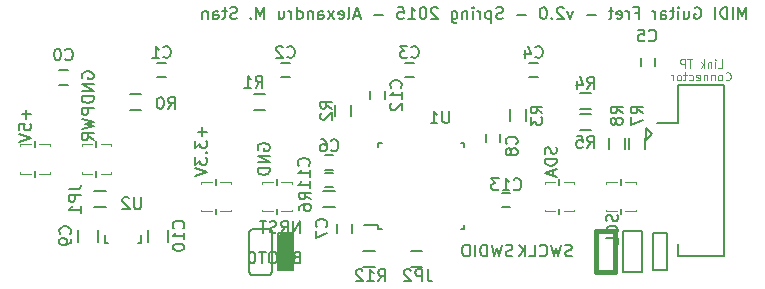
<source format=gbr>
G04 #@! TF.FileFunction,Legend,Bot*
%FSLAX46Y46*%
G04 Gerber Fmt 4.6, Leading zero omitted, Abs format (unit mm)*
G04 Created by KiCad (PCBNEW (2016-02-08 BZR 6543, Git 5349eb4)-product) date Sun Feb 21 23:51:38 2016*
%MOMM*%
G01*
G04 APERTURE LIST*
%ADD10C,0.100000*%
%ADD11C,0.400000*%
%ADD12C,0.200000*%
%ADD13C,0.150000*%
G04 APERTURE END LIST*
D10*
D11*
X55350000Y-53150000D02*
X55350000Y-51250000D01*
X55550000Y-53150000D02*
X55350000Y-53150000D01*
X55550000Y-51050000D02*
X55550000Y-53150000D01*
X55050000Y-51050000D02*
X55550000Y-51050000D01*
X55050000Y-53450000D02*
X55050000Y-51050000D01*
X55850000Y-53450000D02*
X55050000Y-53450000D01*
X55850000Y-50750000D02*
X55850000Y-53450000D01*
X55050000Y-50750000D02*
X55850000Y-50750000D01*
D12*
X54850000Y-50550000D02*
X56050000Y-50550000D01*
X56050000Y-50550000D02*
X56050000Y-53650000D01*
X56050000Y-53650000D02*
X54850000Y-53650000D01*
X54850000Y-53650000D02*
X54850000Y-50550000D01*
X86550000Y-53650000D02*
X86550000Y-50550000D01*
X87750000Y-53650000D02*
X86550000Y-53650000D01*
X87750000Y-50550000D02*
X87750000Y-53650000D01*
X86550000Y-50550000D02*
X87750000Y-50550000D01*
X52650000Y-50150000D02*
X54150000Y-50150000D01*
X52350000Y-50450000D02*
X52650000Y-50150000D01*
X52350000Y-53850000D02*
X52350000Y-50450000D01*
X52550000Y-54050000D02*
X52350000Y-53850000D01*
X54150000Y-54050000D02*
X52550000Y-54050000D01*
X54350000Y-53850000D02*
X54150000Y-54050000D01*
X54350000Y-50350000D02*
X54350000Y-53850000D01*
X54150000Y-50150000D02*
X54350000Y-50350000D01*
X84050000Y-53850000D02*
X84050000Y-50350000D01*
X85650000Y-53850000D02*
X84050000Y-53850000D01*
X85650000Y-50350000D02*
X85650000Y-53850000D01*
X84050000Y-50350000D02*
X85650000Y-50350000D01*
D11*
X81750000Y-53850000D02*
X81750000Y-50350000D01*
X83350000Y-53850000D02*
X81750000Y-53850000D01*
X83350000Y-50350000D02*
X83350000Y-53850000D01*
X81750000Y-50350000D02*
X83350000Y-50350000D01*
D13*
X94473812Y-32402381D02*
X94473812Y-31402381D01*
X94140478Y-32116667D01*
X93807145Y-31402381D01*
X93807145Y-32402381D01*
X93330955Y-32402381D02*
X93330955Y-31402381D01*
X92854765Y-32402381D02*
X92854765Y-31402381D01*
X92616670Y-31402381D01*
X92473812Y-31450000D01*
X92378574Y-31545238D01*
X92330955Y-31640476D01*
X92283336Y-31830952D01*
X92283336Y-31973810D01*
X92330955Y-32164286D01*
X92378574Y-32259524D01*
X92473812Y-32354762D01*
X92616670Y-32402381D01*
X92854765Y-32402381D01*
X91854765Y-32402381D02*
X91854765Y-31402381D01*
X90092860Y-31450000D02*
X90188098Y-31402381D01*
X90330955Y-31402381D01*
X90473813Y-31450000D01*
X90569051Y-31545238D01*
X90616670Y-31640476D01*
X90664289Y-31830952D01*
X90664289Y-31973810D01*
X90616670Y-32164286D01*
X90569051Y-32259524D01*
X90473813Y-32354762D01*
X90330955Y-32402381D01*
X90235717Y-32402381D01*
X90092860Y-32354762D01*
X90045241Y-32307143D01*
X90045241Y-31973810D01*
X90235717Y-31973810D01*
X89188098Y-31735714D02*
X89188098Y-32402381D01*
X89616670Y-31735714D02*
X89616670Y-32259524D01*
X89569051Y-32354762D01*
X89473813Y-32402381D01*
X89330955Y-32402381D01*
X89235717Y-32354762D01*
X89188098Y-32307143D01*
X88711908Y-32402381D02*
X88711908Y-31735714D01*
X88711908Y-31402381D02*
X88759527Y-31450000D01*
X88711908Y-31497619D01*
X88664289Y-31450000D01*
X88711908Y-31402381D01*
X88711908Y-31497619D01*
X88378575Y-31735714D02*
X87997623Y-31735714D01*
X88235718Y-31402381D02*
X88235718Y-32259524D01*
X88188099Y-32354762D01*
X88092861Y-32402381D01*
X87997623Y-32402381D01*
X87235717Y-32402381D02*
X87235717Y-31878571D01*
X87283336Y-31783333D01*
X87378574Y-31735714D01*
X87569051Y-31735714D01*
X87664289Y-31783333D01*
X87235717Y-32354762D02*
X87330955Y-32402381D01*
X87569051Y-32402381D01*
X87664289Y-32354762D01*
X87711908Y-32259524D01*
X87711908Y-32164286D01*
X87664289Y-32069048D01*
X87569051Y-32021429D01*
X87330955Y-32021429D01*
X87235717Y-31973810D01*
X86759527Y-32402381D02*
X86759527Y-31735714D01*
X86759527Y-31926190D02*
X86711908Y-31830952D01*
X86664289Y-31783333D01*
X86569051Y-31735714D01*
X86473812Y-31735714D01*
X85045240Y-31878571D02*
X85378574Y-31878571D01*
X85378574Y-32402381D02*
X85378574Y-31402381D01*
X84902383Y-31402381D01*
X84521431Y-32402381D02*
X84521431Y-31735714D01*
X84521431Y-31926190D02*
X84473812Y-31830952D01*
X84426193Y-31783333D01*
X84330955Y-31735714D01*
X84235716Y-31735714D01*
X83521430Y-32354762D02*
X83616668Y-32402381D01*
X83807145Y-32402381D01*
X83902383Y-32354762D01*
X83950002Y-32259524D01*
X83950002Y-31878571D01*
X83902383Y-31783333D01*
X83807145Y-31735714D01*
X83616668Y-31735714D01*
X83521430Y-31783333D01*
X83473811Y-31878571D01*
X83473811Y-31973810D01*
X83950002Y-32069048D01*
X83188097Y-31735714D02*
X82807145Y-31735714D01*
X83045240Y-31402381D02*
X83045240Y-32259524D01*
X82997621Y-32354762D01*
X82902383Y-32402381D01*
X82807145Y-32402381D01*
X81711906Y-32021429D02*
X80950001Y-32021429D01*
X79807144Y-31735714D02*
X79569049Y-32402381D01*
X79330953Y-31735714D01*
X78997620Y-31497619D02*
X78950001Y-31450000D01*
X78854763Y-31402381D01*
X78616667Y-31402381D01*
X78521429Y-31450000D01*
X78473810Y-31497619D01*
X78426191Y-31592857D01*
X78426191Y-31688095D01*
X78473810Y-31830952D01*
X79045239Y-32402381D01*
X78426191Y-32402381D01*
X77997620Y-32307143D02*
X77950001Y-32354762D01*
X77997620Y-32402381D01*
X78045239Y-32354762D01*
X77997620Y-32307143D01*
X77997620Y-32402381D01*
X77330954Y-31402381D02*
X77235715Y-31402381D01*
X77140477Y-31450000D01*
X77092858Y-31497619D01*
X77045239Y-31592857D01*
X76997620Y-31783333D01*
X76997620Y-32021429D01*
X77045239Y-32211905D01*
X77092858Y-32307143D01*
X77140477Y-32354762D01*
X77235715Y-32402381D01*
X77330954Y-32402381D01*
X77426192Y-32354762D01*
X77473811Y-32307143D01*
X77521430Y-32211905D01*
X77569049Y-32021429D01*
X77569049Y-31783333D01*
X77521430Y-31592857D01*
X77473811Y-31497619D01*
X77426192Y-31450000D01*
X77330954Y-31402381D01*
X75807144Y-32021429D02*
X75045239Y-32021429D01*
X73854763Y-32354762D02*
X73711906Y-32402381D01*
X73473810Y-32402381D01*
X73378572Y-32354762D01*
X73330953Y-32307143D01*
X73283334Y-32211905D01*
X73283334Y-32116667D01*
X73330953Y-32021429D01*
X73378572Y-31973810D01*
X73473810Y-31926190D01*
X73664287Y-31878571D01*
X73759525Y-31830952D01*
X73807144Y-31783333D01*
X73854763Y-31688095D01*
X73854763Y-31592857D01*
X73807144Y-31497619D01*
X73759525Y-31450000D01*
X73664287Y-31402381D01*
X73426191Y-31402381D01*
X73283334Y-31450000D01*
X72854763Y-31735714D02*
X72854763Y-32735714D01*
X72854763Y-31783333D02*
X72759525Y-31735714D01*
X72569048Y-31735714D01*
X72473810Y-31783333D01*
X72426191Y-31830952D01*
X72378572Y-31926190D01*
X72378572Y-32211905D01*
X72426191Y-32307143D01*
X72473810Y-32354762D01*
X72569048Y-32402381D01*
X72759525Y-32402381D01*
X72854763Y-32354762D01*
X71950001Y-32402381D02*
X71950001Y-31735714D01*
X71950001Y-31926190D02*
X71902382Y-31830952D01*
X71854763Y-31783333D01*
X71759525Y-31735714D01*
X71664286Y-31735714D01*
X71330953Y-32402381D02*
X71330953Y-31735714D01*
X71330953Y-31402381D02*
X71378572Y-31450000D01*
X71330953Y-31497619D01*
X71283334Y-31450000D01*
X71330953Y-31402381D01*
X71330953Y-31497619D01*
X70854763Y-31735714D02*
X70854763Y-32402381D01*
X70854763Y-31830952D02*
X70807144Y-31783333D01*
X70711906Y-31735714D01*
X70569048Y-31735714D01*
X70473810Y-31783333D01*
X70426191Y-31878571D01*
X70426191Y-32402381D01*
X69521429Y-31735714D02*
X69521429Y-32545238D01*
X69569048Y-32640476D01*
X69616667Y-32688095D01*
X69711906Y-32735714D01*
X69854763Y-32735714D01*
X69950001Y-32688095D01*
X69521429Y-32354762D02*
X69616667Y-32402381D01*
X69807144Y-32402381D01*
X69902382Y-32354762D01*
X69950001Y-32307143D01*
X69997620Y-32211905D01*
X69997620Y-31926190D01*
X69950001Y-31830952D01*
X69902382Y-31783333D01*
X69807144Y-31735714D01*
X69616667Y-31735714D01*
X69521429Y-31783333D01*
X68330953Y-31497619D02*
X68283334Y-31450000D01*
X68188096Y-31402381D01*
X67950000Y-31402381D01*
X67854762Y-31450000D01*
X67807143Y-31497619D01*
X67759524Y-31592857D01*
X67759524Y-31688095D01*
X67807143Y-31830952D01*
X68378572Y-32402381D01*
X67759524Y-32402381D01*
X67140477Y-31402381D02*
X67045238Y-31402381D01*
X66950000Y-31450000D01*
X66902381Y-31497619D01*
X66854762Y-31592857D01*
X66807143Y-31783333D01*
X66807143Y-32021429D01*
X66854762Y-32211905D01*
X66902381Y-32307143D01*
X66950000Y-32354762D01*
X67045238Y-32402381D01*
X67140477Y-32402381D01*
X67235715Y-32354762D01*
X67283334Y-32307143D01*
X67330953Y-32211905D01*
X67378572Y-32021429D01*
X67378572Y-31783333D01*
X67330953Y-31592857D01*
X67283334Y-31497619D01*
X67235715Y-31450000D01*
X67140477Y-31402381D01*
X65854762Y-32402381D02*
X66426191Y-32402381D01*
X66140477Y-32402381D02*
X66140477Y-31402381D01*
X66235715Y-31545238D01*
X66330953Y-31640476D01*
X66426191Y-31688095D01*
X64950000Y-31402381D02*
X65426191Y-31402381D01*
X65473810Y-31878571D01*
X65426191Y-31830952D01*
X65330953Y-31783333D01*
X65092857Y-31783333D01*
X64997619Y-31830952D01*
X64950000Y-31878571D01*
X64902381Y-31973810D01*
X64902381Y-32211905D01*
X64950000Y-32307143D01*
X64997619Y-32354762D01*
X65092857Y-32402381D01*
X65330953Y-32402381D01*
X65426191Y-32354762D01*
X65473810Y-32307143D01*
X63711905Y-32021429D02*
X62950000Y-32021429D01*
X61759524Y-32116667D02*
X61283333Y-32116667D01*
X61854762Y-32402381D02*
X61521429Y-31402381D01*
X61188095Y-32402381D01*
X60711905Y-32402381D02*
X60807143Y-32354762D01*
X60854762Y-32259524D01*
X60854762Y-31402381D01*
X59949999Y-32354762D02*
X60045237Y-32402381D01*
X60235714Y-32402381D01*
X60330952Y-32354762D01*
X60378571Y-32259524D01*
X60378571Y-31878571D01*
X60330952Y-31783333D01*
X60235714Y-31735714D01*
X60045237Y-31735714D01*
X59949999Y-31783333D01*
X59902380Y-31878571D01*
X59902380Y-31973810D01*
X60378571Y-32069048D01*
X59569047Y-32402381D02*
X59045237Y-31735714D01*
X59569047Y-31735714D02*
X59045237Y-32402381D01*
X58235713Y-32402381D02*
X58235713Y-31878571D01*
X58283332Y-31783333D01*
X58378570Y-31735714D01*
X58569047Y-31735714D01*
X58664285Y-31783333D01*
X58235713Y-32354762D02*
X58330951Y-32402381D01*
X58569047Y-32402381D01*
X58664285Y-32354762D01*
X58711904Y-32259524D01*
X58711904Y-32164286D01*
X58664285Y-32069048D01*
X58569047Y-32021429D01*
X58330951Y-32021429D01*
X58235713Y-31973810D01*
X57759523Y-31735714D02*
X57759523Y-32402381D01*
X57759523Y-31830952D02*
X57711904Y-31783333D01*
X57616666Y-31735714D01*
X57473808Y-31735714D01*
X57378570Y-31783333D01*
X57330951Y-31878571D01*
X57330951Y-32402381D01*
X56426189Y-32402381D02*
X56426189Y-31402381D01*
X56426189Y-32354762D02*
X56521427Y-32402381D01*
X56711904Y-32402381D01*
X56807142Y-32354762D01*
X56854761Y-32307143D01*
X56902380Y-32211905D01*
X56902380Y-31926190D01*
X56854761Y-31830952D01*
X56807142Y-31783333D01*
X56711904Y-31735714D01*
X56521427Y-31735714D01*
X56426189Y-31783333D01*
X55949999Y-32402381D02*
X55949999Y-31735714D01*
X55949999Y-31926190D02*
X55902380Y-31830952D01*
X55854761Y-31783333D01*
X55759523Y-31735714D01*
X55664284Y-31735714D01*
X54902379Y-31735714D02*
X54902379Y-32402381D01*
X55330951Y-31735714D02*
X55330951Y-32259524D01*
X55283332Y-32354762D01*
X55188094Y-32402381D01*
X55045236Y-32402381D01*
X54949998Y-32354762D01*
X54902379Y-32307143D01*
X53664284Y-32402381D02*
X53664284Y-31402381D01*
X53330950Y-32116667D01*
X52997617Y-31402381D01*
X52997617Y-32402381D01*
X52521427Y-32307143D02*
X52473808Y-32354762D01*
X52521427Y-32402381D01*
X52569046Y-32354762D01*
X52521427Y-32307143D01*
X52521427Y-32402381D01*
X51330951Y-32354762D02*
X51188094Y-32402381D01*
X50949998Y-32402381D01*
X50854760Y-32354762D01*
X50807141Y-32307143D01*
X50759522Y-32211905D01*
X50759522Y-32116667D01*
X50807141Y-32021429D01*
X50854760Y-31973810D01*
X50949998Y-31926190D01*
X51140475Y-31878571D01*
X51235713Y-31830952D01*
X51283332Y-31783333D01*
X51330951Y-31688095D01*
X51330951Y-31592857D01*
X51283332Y-31497619D01*
X51235713Y-31450000D01*
X51140475Y-31402381D01*
X50902379Y-31402381D01*
X50759522Y-31450000D01*
X50473808Y-31735714D02*
X50092856Y-31735714D01*
X50330951Y-31402381D02*
X50330951Y-32259524D01*
X50283332Y-32354762D01*
X50188094Y-32402381D01*
X50092856Y-32402381D01*
X49330950Y-32402381D02*
X49330950Y-31878571D01*
X49378569Y-31783333D01*
X49473807Y-31735714D01*
X49664284Y-31735714D01*
X49759522Y-31783333D01*
X49330950Y-32354762D02*
X49426188Y-32402381D01*
X49664284Y-32402381D01*
X49759522Y-32354762D01*
X49807141Y-32259524D01*
X49807141Y-32164286D01*
X49759522Y-32069048D01*
X49664284Y-32021429D01*
X49426188Y-32021429D01*
X49330950Y-31973810D01*
X48854760Y-31735714D02*
X48854760Y-32402381D01*
X48854760Y-31830952D02*
X48807141Y-31783333D01*
X48711903Y-31735714D01*
X48569045Y-31735714D01*
X48473807Y-31783333D01*
X48426188Y-31878571D01*
X48426188Y-32402381D01*
D10*
X92083333Y-36526667D02*
X92416666Y-36526667D01*
X92416666Y-35826667D01*
X91849999Y-36526667D02*
X91849999Y-36060000D01*
X91849999Y-35826667D02*
X91883333Y-35860000D01*
X91849999Y-35893333D01*
X91816666Y-35860000D01*
X91849999Y-35826667D01*
X91849999Y-35893333D01*
X91516666Y-36060000D02*
X91516666Y-36526667D01*
X91516666Y-36126667D02*
X91483333Y-36093333D01*
X91416666Y-36060000D01*
X91316666Y-36060000D01*
X91250000Y-36093333D01*
X91216666Y-36160000D01*
X91216666Y-36526667D01*
X90883333Y-36526667D02*
X90883333Y-35826667D01*
X90816667Y-36260000D02*
X90616667Y-36526667D01*
X90616667Y-36060000D02*
X90883333Y-36326667D01*
X89883333Y-35826667D02*
X89483333Y-35826667D01*
X89683333Y-36526667D02*
X89683333Y-35826667D01*
X89250000Y-36526667D02*
X89250000Y-35826667D01*
X88983334Y-35826667D01*
X88916667Y-35860000D01*
X88883334Y-35893333D01*
X88850000Y-35960000D01*
X88850000Y-36060000D01*
X88883334Y-36126667D01*
X88916667Y-36160000D01*
X88983334Y-36193333D01*
X89250000Y-36193333D01*
X92716665Y-37540000D02*
X92749999Y-37573333D01*
X92849999Y-37606667D01*
X92916665Y-37606667D01*
X93016665Y-37573333D01*
X93083332Y-37506667D01*
X93116665Y-37440000D01*
X93149999Y-37306667D01*
X93149999Y-37206667D01*
X93116665Y-37073333D01*
X93083332Y-37006667D01*
X93016665Y-36940000D01*
X92916665Y-36906667D01*
X92849999Y-36906667D01*
X92749999Y-36940000D01*
X92716665Y-36973333D01*
X92316665Y-37606667D02*
X92383332Y-37573333D01*
X92416665Y-37540000D01*
X92449999Y-37473333D01*
X92449999Y-37273333D01*
X92416665Y-37206667D01*
X92383332Y-37173333D01*
X92316665Y-37140000D01*
X92216665Y-37140000D01*
X92149999Y-37173333D01*
X92116665Y-37206667D01*
X92083332Y-37273333D01*
X92083332Y-37473333D01*
X92116665Y-37540000D01*
X92149999Y-37573333D01*
X92216665Y-37606667D01*
X92316665Y-37606667D01*
X91783332Y-37140000D02*
X91783332Y-37606667D01*
X91783332Y-37206667D02*
X91749999Y-37173333D01*
X91683332Y-37140000D01*
X91583332Y-37140000D01*
X91516666Y-37173333D01*
X91483332Y-37240000D01*
X91483332Y-37606667D01*
X91149999Y-37140000D02*
X91149999Y-37606667D01*
X91149999Y-37206667D02*
X91116666Y-37173333D01*
X91049999Y-37140000D01*
X90949999Y-37140000D01*
X90883333Y-37173333D01*
X90849999Y-37240000D01*
X90849999Y-37606667D01*
X90250000Y-37573333D02*
X90316666Y-37606667D01*
X90450000Y-37606667D01*
X90516666Y-37573333D01*
X90550000Y-37506667D01*
X90550000Y-37240000D01*
X90516666Y-37173333D01*
X90450000Y-37140000D01*
X90316666Y-37140000D01*
X90250000Y-37173333D01*
X90216666Y-37240000D01*
X90216666Y-37306667D01*
X90550000Y-37373333D01*
X89616666Y-37573333D02*
X89683333Y-37606667D01*
X89816666Y-37606667D01*
X89883333Y-37573333D01*
X89916666Y-37540000D01*
X89950000Y-37473333D01*
X89950000Y-37273333D01*
X89916666Y-37206667D01*
X89883333Y-37173333D01*
X89816666Y-37140000D01*
X89683333Y-37140000D01*
X89616666Y-37173333D01*
X89416666Y-37140000D02*
X89150000Y-37140000D01*
X89316666Y-36906667D02*
X89316666Y-37506667D01*
X89283333Y-37573333D01*
X89216666Y-37606667D01*
X89150000Y-37606667D01*
X88816666Y-37606667D02*
X88883333Y-37573333D01*
X88916666Y-37540000D01*
X88950000Y-37473333D01*
X88950000Y-37273333D01*
X88916666Y-37206667D01*
X88883333Y-37173333D01*
X88816666Y-37140000D01*
X88716666Y-37140000D01*
X88650000Y-37173333D01*
X88616666Y-37206667D01*
X88583333Y-37273333D01*
X88583333Y-37473333D01*
X88616666Y-37540000D01*
X88650000Y-37573333D01*
X88716666Y-37606667D01*
X88816666Y-37606667D01*
X88283333Y-37606667D02*
X88283333Y-37140000D01*
X88283333Y-37273333D02*
X88250000Y-37206667D01*
X88216667Y-37173333D01*
X88150000Y-37140000D01*
X88083333Y-37140000D01*
D13*
X37000000Y-36750000D02*
X36300000Y-36750000D01*
X36300000Y-37950000D02*
X37000000Y-37950000D01*
X45300000Y-36150000D02*
X44600000Y-36150000D01*
X44600000Y-37350000D02*
X45300000Y-37350000D01*
X55800000Y-36150000D02*
X55100000Y-36150000D01*
X55100000Y-37350000D02*
X55800000Y-37350000D01*
X66300000Y-36150000D02*
X65600000Y-36150000D01*
X65600000Y-37350000D02*
X66300000Y-37350000D01*
X76800000Y-36150000D02*
X76100000Y-36150000D01*
X76100000Y-37350000D02*
X76800000Y-37350000D01*
X85550000Y-35700000D02*
X85550000Y-36400000D01*
X86750000Y-36400000D02*
X86750000Y-35700000D01*
X59500000Y-43950000D02*
X58800000Y-43950000D01*
X58800000Y-45150000D02*
X59500000Y-45150000D01*
X59850000Y-49800000D02*
X59850000Y-50500000D01*
X61050000Y-50500000D02*
X61050000Y-49800000D01*
X59500000Y-45450000D02*
X58800000Y-45450000D01*
X58800000Y-46650000D02*
X59500000Y-46650000D01*
X59650000Y-46975000D02*
X58650000Y-46975000D01*
X58650000Y-48325000D02*
X59650000Y-48325000D01*
X85925000Y-43450000D02*
X85925000Y-42450000D01*
X84575000Y-42450000D02*
X84575000Y-43450000D01*
X84225000Y-43450000D02*
X84225000Y-42450000D01*
X82875000Y-42450000D02*
X82875000Y-43450000D01*
X42250000Y-40125000D02*
X43250000Y-40125000D01*
X43250000Y-38775000D02*
X42250000Y-38775000D01*
X52750000Y-40125000D02*
X53750000Y-40125000D01*
X53750000Y-38775000D02*
X52750000Y-38775000D01*
X59675000Y-39650000D02*
X59675000Y-40650000D01*
X61025000Y-40650000D02*
X61025000Y-39650000D01*
X74475000Y-40050000D02*
X74475000Y-41050000D01*
X75825000Y-41050000D02*
X75825000Y-40050000D01*
X81350000Y-38675000D02*
X80350000Y-38675000D01*
X80350000Y-40025000D02*
X81350000Y-40025000D01*
X81350000Y-40475000D02*
X80350000Y-40475000D01*
X80350000Y-41825000D02*
X81350000Y-41825000D01*
D10*
X82600000Y-46200000D02*
X82600000Y-46350000D01*
X85100000Y-46250000D02*
X85100000Y-46350000D01*
X85100000Y-48700000D02*
X85100000Y-48550000D01*
X82600000Y-48700000D02*
X82600000Y-48550000D01*
D12*
X83850000Y-46450000D02*
X83850000Y-45950000D01*
X83850000Y-48450000D02*
X83850000Y-48950000D01*
D10*
X84200000Y-46200000D02*
X85100000Y-46200000D01*
X82600000Y-46200000D02*
X83500000Y-46200000D01*
X82600000Y-48700000D02*
X83500000Y-48700000D01*
X84200000Y-48700000D02*
X85100000Y-48700000D01*
X77400000Y-46200000D02*
X77400000Y-46350000D01*
X79900000Y-46250000D02*
X79900000Y-46350000D01*
X79900000Y-48700000D02*
X79900000Y-48550000D01*
X77400000Y-48700000D02*
X77400000Y-48550000D01*
D12*
X78650000Y-46450000D02*
X78650000Y-45950000D01*
X78650000Y-48450000D02*
X78650000Y-48950000D01*
D10*
X79000000Y-46200000D02*
X79900000Y-46200000D01*
X77400000Y-46200000D02*
X78300000Y-46200000D01*
X77400000Y-48700000D02*
X78300000Y-48700000D01*
X79000000Y-48700000D02*
X79900000Y-48700000D01*
X53500000Y-46200000D02*
X53500000Y-46350000D01*
X56000000Y-46250000D02*
X56000000Y-46350000D01*
X56000000Y-48700000D02*
X56000000Y-48550000D01*
X53500000Y-48700000D02*
X53500000Y-48550000D01*
D12*
X54750000Y-46450000D02*
X54750000Y-45950000D01*
X54750000Y-48450000D02*
X54750000Y-48950000D01*
D10*
X55100000Y-46200000D02*
X56000000Y-46200000D01*
X53500000Y-46200000D02*
X54400000Y-46200000D01*
X53500000Y-48700000D02*
X54400000Y-48700000D01*
X55100000Y-48700000D02*
X56000000Y-48700000D01*
X48300000Y-46200000D02*
X48300000Y-46350000D01*
X50800000Y-46250000D02*
X50800000Y-46350000D01*
X50800000Y-48700000D02*
X50800000Y-48550000D01*
X48300000Y-48700000D02*
X48300000Y-48550000D01*
D12*
X49550000Y-46450000D02*
X49550000Y-45950000D01*
X49550000Y-48450000D02*
X49550000Y-48950000D01*
D10*
X49900000Y-46200000D02*
X50800000Y-46200000D01*
X48300000Y-46200000D02*
X49200000Y-46200000D01*
X48300000Y-48700000D02*
X49200000Y-48700000D01*
X49900000Y-48700000D02*
X50800000Y-48700000D01*
X38200000Y-43000000D02*
X38200000Y-43150000D01*
X40700000Y-43050000D02*
X40700000Y-43150000D01*
X40700000Y-45500000D02*
X40700000Y-45350000D01*
X38200000Y-45500000D02*
X38200000Y-45350000D01*
D12*
X39450000Y-43250000D02*
X39450000Y-42750000D01*
X39450000Y-45250000D02*
X39450000Y-45750000D01*
D10*
X39800000Y-43000000D02*
X40700000Y-43000000D01*
X38200000Y-43000000D02*
X39100000Y-43000000D01*
X38200000Y-45500000D02*
X39100000Y-45500000D01*
X39800000Y-45500000D02*
X40700000Y-45500000D01*
X33000000Y-43000000D02*
X33000000Y-43150000D01*
X35500000Y-43050000D02*
X35500000Y-43150000D01*
X35500000Y-45500000D02*
X35500000Y-45350000D01*
X33000000Y-45500000D02*
X33000000Y-45350000D01*
D12*
X34250000Y-43250000D02*
X34250000Y-42750000D01*
X34250000Y-45250000D02*
X34250000Y-45750000D01*
D10*
X34600000Y-43000000D02*
X35500000Y-43000000D01*
X33000000Y-43000000D02*
X33900000Y-43000000D01*
X33000000Y-45500000D02*
X33900000Y-45500000D01*
X34600000Y-45500000D02*
X35500000Y-45500000D01*
D13*
X86950000Y-41225000D02*
X88650000Y-41225000D01*
X88650000Y-41225000D02*
X88650000Y-38025000D01*
X88650000Y-38025000D02*
X92550000Y-38025000D01*
X92550000Y-38025000D02*
X92550000Y-52475000D01*
X92550000Y-52475000D02*
X88650000Y-52475000D01*
X88650000Y-52475000D02*
X88650000Y-51475000D01*
X86450000Y-42125000D02*
X85950000Y-41625000D01*
X85950000Y-41625000D02*
X85950000Y-42625000D01*
X85950000Y-42625000D02*
X86450000Y-42125000D01*
X39550000Y-50250000D02*
X39550000Y-51250000D01*
X37850000Y-51250000D02*
X37850000Y-50250000D01*
X43850000Y-51250000D02*
X43850000Y-50250000D01*
X45550000Y-50250000D02*
X45550000Y-51250000D01*
X42999160Y-51400240D02*
X42950900Y-51400240D01*
X40200180Y-50699200D02*
X40200180Y-51400240D01*
X40200180Y-51400240D02*
X40449100Y-51400240D01*
X42999160Y-51400240D02*
X43199820Y-51400240D01*
X43199820Y-51400240D02*
X43199820Y-50699200D01*
X73650000Y-42800000D02*
X73650000Y-42100000D01*
X72450000Y-42100000D02*
X72450000Y-42800000D01*
X63850000Y-39200000D02*
X63850000Y-38500000D01*
X62650000Y-38500000D02*
X62650000Y-39200000D01*
X73800000Y-48350000D02*
X74500000Y-48350000D01*
X74500000Y-47150000D02*
X73800000Y-47150000D01*
X40250000Y-46975000D02*
X39250000Y-46975000D01*
X39250000Y-48325000D02*
X40250000Y-48325000D01*
X66050000Y-53425000D02*
X67050000Y-53425000D01*
X67050000Y-52075000D02*
X66050000Y-52075000D01*
X63325000Y-50175000D02*
X63325000Y-49875000D01*
X70575000Y-50175000D02*
X70575000Y-49875000D01*
X70575000Y-42925000D02*
X70575000Y-43225000D01*
X63325000Y-42925000D02*
X63325000Y-43225000D01*
X63325000Y-50175000D02*
X63625000Y-50175000D01*
X63325000Y-42925000D02*
X63625000Y-42925000D01*
X70575000Y-42925000D02*
X70275000Y-42925000D01*
X70575000Y-50175000D02*
X70275000Y-50175000D01*
X63325000Y-49875000D02*
X62100000Y-49875000D01*
X62050000Y-53425000D02*
X63050000Y-53425000D01*
X63050000Y-52075000D02*
X62050000Y-52075000D01*
X36816666Y-35807143D02*
X36864285Y-35854762D01*
X37007142Y-35902381D01*
X37102380Y-35902381D01*
X37245238Y-35854762D01*
X37340476Y-35759524D01*
X37388095Y-35664286D01*
X37435714Y-35473810D01*
X37435714Y-35330952D01*
X37388095Y-35140476D01*
X37340476Y-35045238D01*
X37245238Y-34950000D01*
X37102380Y-34902381D01*
X37007142Y-34902381D01*
X36864285Y-34950000D01*
X36816666Y-34997619D01*
X36197619Y-34902381D02*
X36102380Y-34902381D01*
X36007142Y-34950000D01*
X35959523Y-34997619D01*
X35911904Y-35092857D01*
X35864285Y-35283333D01*
X35864285Y-35521429D01*
X35911904Y-35711905D01*
X35959523Y-35807143D01*
X36007142Y-35854762D01*
X36102380Y-35902381D01*
X36197619Y-35902381D01*
X36292857Y-35854762D01*
X36340476Y-35807143D01*
X36388095Y-35711905D01*
X36435714Y-35521429D01*
X36435714Y-35283333D01*
X36388095Y-35092857D01*
X36340476Y-34997619D01*
X36292857Y-34950000D01*
X36197619Y-34902381D01*
X45116666Y-35607143D02*
X45164285Y-35654762D01*
X45307142Y-35702381D01*
X45402380Y-35702381D01*
X45545238Y-35654762D01*
X45640476Y-35559524D01*
X45688095Y-35464286D01*
X45735714Y-35273810D01*
X45735714Y-35130952D01*
X45688095Y-34940476D01*
X45640476Y-34845238D01*
X45545238Y-34750000D01*
X45402380Y-34702381D01*
X45307142Y-34702381D01*
X45164285Y-34750000D01*
X45116666Y-34797619D01*
X44164285Y-35702381D02*
X44735714Y-35702381D01*
X44450000Y-35702381D02*
X44450000Y-34702381D01*
X44545238Y-34845238D01*
X44640476Y-34940476D01*
X44735714Y-34988095D01*
X55616666Y-35607143D02*
X55664285Y-35654762D01*
X55807142Y-35702381D01*
X55902380Y-35702381D01*
X56045238Y-35654762D01*
X56140476Y-35559524D01*
X56188095Y-35464286D01*
X56235714Y-35273810D01*
X56235714Y-35130952D01*
X56188095Y-34940476D01*
X56140476Y-34845238D01*
X56045238Y-34750000D01*
X55902380Y-34702381D01*
X55807142Y-34702381D01*
X55664285Y-34750000D01*
X55616666Y-34797619D01*
X55235714Y-34797619D02*
X55188095Y-34750000D01*
X55092857Y-34702381D01*
X54854761Y-34702381D01*
X54759523Y-34750000D01*
X54711904Y-34797619D01*
X54664285Y-34892857D01*
X54664285Y-34988095D01*
X54711904Y-35130952D01*
X55283333Y-35702381D01*
X54664285Y-35702381D01*
X66116666Y-35607143D02*
X66164285Y-35654762D01*
X66307142Y-35702381D01*
X66402380Y-35702381D01*
X66545238Y-35654762D01*
X66640476Y-35559524D01*
X66688095Y-35464286D01*
X66735714Y-35273810D01*
X66735714Y-35130952D01*
X66688095Y-34940476D01*
X66640476Y-34845238D01*
X66545238Y-34750000D01*
X66402380Y-34702381D01*
X66307142Y-34702381D01*
X66164285Y-34750000D01*
X66116666Y-34797619D01*
X65783333Y-34702381D02*
X65164285Y-34702381D01*
X65497619Y-35083333D01*
X65354761Y-35083333D01*
X65259523Y-35130952D01*
X65211904Y-35178571D01*
X65164285Y-35273810D01*
X65164285Y-35511905D01*
X65211904Y-35607143D01*
X65259523Y-35654762D01*
X65354761Y-35702381D01*
X65640476Y-35702381D01*
X65735714Y-35654762D01*
X65783333Y-35607143D01*
X76616666Y-35607143D02*
X76664285Y-35654762D01*
X76807142Y-35702381D01*
X76902380Y-35702381D01*
X77045238Y-35654762D01*
X77140476Y-35559524D01*
X77188095Y-35464286D01*
X77235714Y-35273810D01*
X77235714Y-35130952D01*
X77188095Y-34940476D01*
X77140476Y-34845238D01*
X77045238Y-34750000D01*
X76902380Y-34702381D01*
X76807142Y-34702381D01*
X76664285Y-34750000D01*
X76616666Y-34797619D01*
X75759523Y-35035714D02*
X75759523Y-35702381D01*
X75997619Y-34654762D02*
X76235714Y-35369048D01*
X75616666Y-35369048D01*
X86216666Y-34207143D02*
X86264285Y-34254762D01*
X86407142Y-34302381D01*
X86502380Y-34302381D01*
X86645238Y-34254762D01*
X86740476Y-34159524D01*
X86788095Y-34064286D01*
X86835714Y-33873810D01*
X86835714Y-33730952D01*
X86788095Y-33540476D01*
X86740476Y-33445238D01*
X86645238Y-33350000D01*
X86502380Y-33302381D01*
X86407142Y-33302381D01*
X86264285Y-33350000D01*
X86216666Y-33397619D01*
X85311904Y-33302381D02*
X85788095Y-33302381D01*
X85835714Y-33778571D01*
X85788095Y-33730952D01*
X85692857Y-33683333D01*
X85454761Y-33683333D01*
X85359523Y-33730952D01*
X85311904Y-33778571D01*
X85264285Y-33873810D01*
X85264285Y-34111905D01*
X85311904Y-34207143D01*
X85359523Y-34254762D01*
X85454761Y-34302381D01*
X85692857Y-34302381D01*
X85788095Y-34254762D01*
X85835714Y-34207143D01*
X59316666Y-43507143D02*
X59364285Y-43554762D01*
X59507142Y-43602381D01*
X59602380Y-43602381D01*
X59745238Y-43554762D01*
X59840476Y-43459524D01*
X59888095Y-43364286D01*
X59935714Y-43173810D01*
X59935714Y-43030952D01*
X59888095Y-42840476D01*
X59840476Y-42745238D01*
X59745238Y-42650000D01*
X59602380Y-42602381D01*
X59507142Y-42602381D01*
X59364285Y-42650000D01*
X59316666Y-42697619D01*
X58459523Y-42602381D02*
X58650000Y-42602381D01*
X58745238Y-42650000D01*
X58792857Y-42697619D01*
X58888095Y-42840476D01*
X58935714Y-43030952D01*
X58935714Y-43411905D01*
X58888095Y-43507143D01*
X58840476Y-43554762D01*
X58745238Y-43602381D01*
X58554761Y-43602381D01*
X58459523Y-43554762D01*
X58411904Y-43507143D01*
X58364285Y-43411905D01*
X58364285Y-43173810D01*
X58411904Y-43078571D01*
X58459523Y-43030952D01*
X58554761Y-42983333D01*
X58745238Y-42983333D01*
X58840476Y-43030952D01*
X58888095Y-43078571D01*
X58935714Y-43173810D01*
X58907143Y-49983334D02*
X58954762Y-49935715D01*
X59002381Y-49792858D01*
X59002381Y-49697620D01*
X58954762Y-49554762D01*
X58859524Y-49459524D01*
X58764286Y-49411905D01*
X58573810Y-49364286D01*
X58430952Y-49364286D01*
X58240476Y-49411905D01*
X58145238Y-49459524D01*
X58050000Y-49554762D01*
X58002381Y-49697620D01*
X58002381Y-49792858D01*
X58050000Y-49935715D01*
X58097619Y-49983334D01*
X58002381Y-50316667D02*
X58002381Y-50983334D01*
X59002381Y-50554762D01*
X57407143Y-44807143D02*
X57454762Y-44759524D01*
X57502381Y-44616667D01*
X57502381Y-44521429D01*
X57454762Y-44378571D01*
X57359524Y-44283333D01*
X57264286Y-44235714D01*
X57073810Y-44188095D01*
X56930952Y-44188095D01*
X56740476Y-44235714D01*
X56645238Y-44283333D01*
X56550000Y-44378571D01*
X56502381Y-44521429D01*
X56502381Y-44616667D01*
X56550000Y-44759524D01*
X56597619Y-44807143D01*
X57502381Y-45759524D02*
X57502381Y-45188095D01*
X57502381Y-45473809D02*
X56502381Y-45473809D01*
X56645238Y-45378571D01*
X56740476Y-45283333D01*
X56788095Y-45188095D01*
X57502381Y-46711905D02*
X57502381Y-46140476D01*
X57502381Y-46426190D02*
X56502381Y-46426190D01*
X56645238Y-46330952D01*
X56740476Y-46235714D01*
X56788095Y-46140476D01*
X57602381Y-47683334D02*
X57126190Y-47350000D01*
X57602381Y-47111905D02*
X56602381Y-47111905D01*
X56602381Y-47492858D01*
X56650000Y-47588096D01*
X56697619Y-47635715D01*
X56792857Y-47683334D01*
X56935714Y-47683334D01*
X57030952Y-47635715D01*
X57078571Y-47588096D01*
X57126190Y-47492858D01*
X57126190Y-47111905D01*
X56602381Y-48540477D02*
X56602381Y-48350000D01*
X56650000Y-48254762D01*
X56697619Y-48207143D01*
X56840476Y-48111905D01*
X57030952Y-48064286D01*
X57411905Y-48064286D01*
X57507143Y-48111905D01*
X57554762Y-48159524D01*
X57602381Y-48254762D01*
X57602381Y-48445239D01*
X57554762Y-48540477D01*
X57507143Y-48588096D01*
X57411905Y-48635715D01*
X57173810Y-48635715D01*
X57078571Y-48588096D01*
X57030952Y-48540477D01*
X56983333Y-48445239D01*
X56983333Y-48254762D01*
X57030952Y-48159524D01*
X57078571Y-48111905D01*
X57173810Y-48064286D01*
X85702381Y-40383334D02*
X85226190Y-40050000D01*
X85702381Y-39811905D02*
X84702381Y-39811905D01*
X84702381Y-40192858D01*
X84750000Y-40288096D01*
X84797619Y-40335715D01*
X84892857Y-40383334D01*
X85035714Y-40383334D01*
X85130952Y-40335715D01*
X85178571Y-40288096D01*
X85226190Y-40192858D01*
X85226190Y-39811905D01*
X84702381Y-40716667D02*
X84702381Y-41383334D01*
X85702381Y-40954762D01*
X84002381Y-40383334D02*
X83526190Y-40050000D01*
X84002381Y-39811905D02*
X83002381Y-39811905D01*
X83002381Y-40192858D01*
X83050000Y-40288096D01*
X83097619Y-40335715D01*
X83192857Y-40383334D01*
X83335714Y-40383334D01*
X83430952Y-40335715D01*
X83478571Y-40288096D01*
X83526190Y-40192858D01*
X83526190Y-39811905D01*
X83430952Y-40954762D02*
X83383333Y-40859524D01*
X83335714Y-40811905D01*
X83240476Y-40764286D01*
X83192857Y-40764286D01*
X83097619Y-40811905D01*
X83050000Y-40859524D01*
X83002381Y-40954762D01*
X83002381Y-41145239D01*
X83050000Y-41240477D01*
X83097619Y-41288096D01*
X83192857Y-41335715D01*
X83240476Y-41335715D01*
X83335714Y-41288096D01*
X83383333Y-41240477D01*
X83430952Y-41145239D01*
X83430952Y-40954762D01*
X83478571Y-40859524D01*
X83526190Y-40811905D01*
X83621429Y-40764286D01*
X83811905Y-40764286D01*
X83907143Y-40811905D01*
X83954762Y-40859524D01*
X84002381Y-40954762D01*
X84002381Y-41145239D01*
X83954762Y-41240477D01*
X83907143Y-41288096D01*
X83811905Y-41335715D01*
X83621429Y-41335715D01*
X83526190Y-41288096D01*
X83478571Y-41240477D01*
X83430952Y-41145239D01*
X45516666Y-40002381D02*
X45850000Y-39526190D01*
X46088095Y-40002381D02*
X46088095Y-39002381D01*
X45707142Y-39002381D01*
X45611904Y-39050000D01*
X45564285Y-39097619D01*
X45516666Y-39192857D01*
X45516666Y-39335714D01*
X45564285Y-39430952D01*
X45611904Y-39478571D01*
X45707142Y-39526190D01*
X46088095Y-39526190D01*
X44897619Y-39002381D02*
X44802380Y-39002381D01*
X44707142Y-39050000D01*
X44659523Y-39097619D01*
X44611904Y-39192857D01*
X44564285Y-39383333D01*
X44564285Y-39621429D01*
X44611904Y-39811905D01*
X44659523Y-39907143D01*
X44707142Y-39954762D01*
X44802380Y-40002381D01*
X44897619Y-40002381D01*
X44992857Y-39954762D01*
X45040476Y-39907143D01*
X45088095Y-39811905D01*
X45135714Y-39621429D01*
X45135714Y-39383333D01*
X45088095Y-39192857D01*
X45040476Y-39097619D01*
X44992857Y-39050000D01*
X44897619Y-39002381D01*
X52916666Y-38202381D02*
X53250000Y-37726190D01*
X53488095Y-38202381D02*
X53488095Y-37202381D01*
X53107142Y-37202381D01*
X53011904Y-37250000D01*
X52964285Y-37297619D01*
X52916666Y-37392857D01*
X52916666Y-37535714D01*
X52964285Y-37630952D01*
X53011904Y-37678571D01*
X53107142Y-37726190D01*
X53488095Y-37726190D01*
X51964285Y-38202381D02*
X52535714Y-38202381D01*
X52250000Y-38202381D02*
X52250000Y-37202381D01*
X52345238Y-37345238D01*
X52440476Y-37440476D01*
X52535714Y-37488095D01*
X59402381Y-39983334D02*
X58926190Y-39650000D01*
X59402381Y-39411905D02*
X58402381Y-39411905D01*
X58402381Y-39792858D01*
X58450000Y-39888096D01*
X58497619Y-39935715D01*
X58592857Y-39983334D01*
X58735714Y-39983334D01*
X58830952Y-39935715D01*
X58878571Y-39888096D01*
X58926190Y-39792858D01*
X58926190Y-39411905D01*
X58497619Y-40364286D02*
X58450000Y-40411905D01*
X58402381Y-40507143D01*
X58402381Y-40745239D01*
X58450000Y-40840477D01*
X58497619Y-40888096D01*
X58592857Y-40935715D01*
X58688095Y-40935715D01*
X58830952Y-40888096D01*
X59402381Y-40316667D01*
X59402381Y-40935715D01*
X77202381Y-40383334D02*
X76726190Y-40050000D01*
X77202381Y-39811905D02*
X76202381Y-39811905D01*
X76202381Y-40192858D01*
X76250000Y-40288096D01*
X76297619Y-40335715D01*
X76392857Y-40383334D01*
X76535714Y-40383334D01*
X76630952Y-40335715D01*
X76678571Y-40288096D01*
X76726190Y-40192858D01*
X76726190Y-39811905D01*
X76202381Y-40716667D02*
X76202381Y-41335715D01*
X76583333Y-41002381D01*
X76583333Y-41145239D01*
X76630952Y-41240477D01*
X76678571Y-41288096D01*
X76773810Y-41335715D01*
X77011905Y-41335715D01*
X77107143Y-41288096D01*
X77154762Y-41240477D01*
X77202381Y-41145239D01*
X77202381Y-40859524D01*
X77154762Y-40764286D01*
X77107143Y-40716667D01*
X81016666Y-38302381D02*
X81350000Y-37826190D01*
X81588095Y-38302381D02*
X81588095Y-37302381D01*
X81207142Y-37302381D01*
X81111904Y-37350000D01*
X81064285Y-37397619D01*
X81016666Y-37492857D01*
X81016666Y-37635714D01*
X81064285Y-37730952D01*
X81111904Y-37778571D01*
X81207142Y-37826190D01*
X81588095Y-37826190D01*
X80159523Y-37635714D02*
X80159523Y-38302381D01*
X80397619Y-37254762D02*
X80635714Y-37969048D01*
X80016666Y-37969048D01*
X81016666Y-43302381D02*
X81350000Y-42826190D01*
X81588095Y-43302381D02*
X81588095Y-42302381D01*
X81207142Y-42302381D01*
X81111904Y-42350000D01*
X81064285Y-42397619D01*
X81016666Y-42492857D01*
X81016666Y-42635714D01*
X81064285Y-42730952D01*
X81111904Y-42778571D01*
X81207142Y-42826190D01*
X81588095Y-42826190D01*
X80111904Y-42302381D02*
X80588095Y-42302381D01*
X80635714Y-42778571D01*
X80588095Y-42730952D01*
X80492857Y-42683333D01*
X80254761Y-42683333D01*
X80159523Y-42730952D01*
X80111904Y-42778571D01*
X80064285Y-42873810D01*
X80064285Y-43111905D01*
X80111904Y-43207143D01*
X80159523Y-43254762D01*
X80254761Y-43302381D01*
X80492857Y-43302381D01*
X80588095Y-43254762D01*
X80635714Y-43207143D01*
X83554762Y-48959524D02*
X83602381Y-49102381D01*
X83602381Y-49340477D01*
X83554762Y-49435715D01*
X83507143Y-49483334D01*
X83411905Y-49530953D01*
X83316667Y-49530953D01*
X83221429Y-49483334D01*
X83173810Y-49435715D01*
X83126190Y-49340477D01*
X83078571Y-49150000D01*
X83030952Y-49054762D01*
X82983333Y-49007143D01*
X82888095Y-48959524D01*
X82792857Y-48959524D01*
X82697619Y-49007143D01*
X82650000Y-49054762D01*
X82602381Y-49150000D01*
X82602381Y-49388096D01*
X82650000Y-49530953D01*
X83507143Y-50530953D02*
X83554762Y-50483334D01*
X83602381Y-50340477D01*
X83602381Y-50245239D01*
X83554762Y-50102381D01*
X83459524Y-50007143D01*
X83364286Y-49959524D01*
X83173810Y-49911905D01*
X83030952Y-49911905D01*
X82840476Y-49959524D01*
X82745238Y-50007143D01*
X82650000Y-50102381D01*
X82602381Y-50245239D01*
X82602381Y-50340477D01*
X82650000Y-50483334D01*
X82697619Y-50530953D01*
X83602381Y-51435715D02*
X83602381Y-50959524D01*
X82602381Y-50959524D01*
X78354762Y-43235714D02*
X78402381Y-43378571D01*
X78402381Y-43616667D01*
X78354762Y-43711905D01*
X78307143Y-43759524D01*
X78211905Y-43807143D01*
X78116667Y-43807143D01*
X78021429Y-43759524D01*
X77973810Y-43711905D01*
X77926190Y-43616667D01*
X77878571Y-43426190D01*
X77830952Y-43330952D01*
X77783333Y-43283333D01*
X77688095Y-43235714D01*
X77592857Y-43235714D01*
X77497619Y-43283333D01*
X77450000Y-43330952D01*
X77402381Y-43426190D01*
X77402381Y-43664286D01*
X77450000Y-43807143D01*
X78402381Y-44235714D02*
X77402381Y-44235714D01*
X77402381Y-44473809D01*
X77450000Y-44616667D01*
X77545238Y-44711905D01*
X77640476Y-44759524D01*
X77830952Y-44807143D01*
X77973810Y-44807143D01*
X78164286Y-44759524D01*
X78259524Y-44711905D01*
X78354762Y-44616667D01*
X78402381Y-44473809D01*
X78402381Y-44235714D01*
X78116667Y-45188095D02*
X78116667Y-45664286D01*
X78402381Y-45092857D02*
X77402381Y-45426190D01*
X78402381Y-45759524D01*
X53150000Y-43488096D02*
X53102381Y-43392858D01*
X53102381Y-43250001D01*
X53150000Y-43107143D01*
X53245238Y-43011905D01*
X53340476Y-42964286D01*
X53530952Y-42916667D01*
X53673810Y-42916667D01*
X53864286Y-42964286D01*
X53959524Y-43011905D01*
X54054762Y-43107143D01*
X54102381Y-43250001D01*
X54102381Y-43345239D01*
X54054762Y-43488096D01*
X54007143Y-43535715D01*
X53673810Y-43535715D01*
X53673810Y-43345239D01*
X54102381Y-43964286D02*
X53102381Y-43964286D01*
X54102381Y-44535715D01*
X53102381Y-44535715D01*
X54102381Y-45011905D02*
X53102381Y-45011905D01*
X53102381Y-45250000D01*
X53150000Y-45392858D01*
X53245238Y-45488096D01*
X53340476Y-45535715D01*
X53530952Y-45583334D01*
X53673810Y-45583334D01*
X53864286Y-45535715D01*
X53959524Y-45488096D01*
X54054762Y-45392858D01*
X54102381Y-45250000D01*
X54102381Y-45011905D01*
X48421429Y-41550000D02*
X48421429Y-42311905D01*
X48802381Y-41930953D02*
X48040476Y-41930953D01*
X47802381Y-42692857D02*
X47802381Y-43311905D01*
X48183333Y-42978571D01*
X48183333Y-43121429D01*
X48230952Y-43216667D01*
X48278571Y-43264286D01*
X48373810Y-43311905D01*
X48611905Y-43311905D01*
X48707143Y-43264286D01*
X48754762Y-43216667D01*
X48802381Y-43121429D01*
X48802381Y-42835714D01*
X48754762Y-42740476D01*
X48707143Y-42692857D01*
X48707143Y-43740476D02*
X48754762Y-43788095D01*
X48802381Y-43740476D01*
X48754762Y-43692857D01*
X48707143Y-43740476D01*
X48802381Y-43740476D01*
X47802381Y-44121428D02*
X47802381Y-44740476D01*
X48183333Y-44407142D01*
X48183333Y-44550000D01*
X48230952Y-44645238D01*
X48278571Y-44692857D01*
X48373810Y-44740476D01*
X48611905Y-44740476D01*
X48707143Y-44692857D01*
X48754762Y-44645238D01*
X48802381Y-44550000D01*
X48802381Y-44264285D01*
X48754762Y-44169047D01*
X48707143Y-44121428D01*
X47802381Y-45026190D02*
X48802381Y-45359523D01*
X47802381Y-45692857D01*
X38250000Y-37416667D02*
X38202381Y-37321429D01*
X38202381Y-37178572D01*
X38250000Y-37035714D01*
X38345238Y-36940476D01*
X38440476Y-36892857D01*
X38630952Y-36845238D01*
X38773810Y-36845238D01*
X38964286Y-36892857D01*
X39059524Y-36940476D01*
X39154762Y-37035714D01*
X39202381Y-37178572D01*
X39202381Y-37273810D01*
X39154762Y-37416667D01*
X39107143Y-37464286D01*
X38773810Y-37464286D01*
X38773810Y-37273810D01*
X39202381Y-37892857D02*
X38202381Y-37892857D01*
X39202381Y-38464286D01*
X38202381Y-38464286D01*
X39202381Y-38940476D02*
X38202381Y-38940476D01*
X38202381Y-39178571D01*
X38250000Y-39321429D01*
X38345238Y-39416667D01*
X38440476Y-39464286D01*
X38630952Y-39511905D01*
X38773810Y-39511905D01*
X38964286Y-39464286D01*
X39059524Y-39416667D01*
X39154762Y-39321429D01*
X39202381Y-39178571D01*
X39202381Y-38940476D01*
X39202381Y-39940476D02*
X38202381Y-39940476D01*
X38202381Y-40321429D01*
X38250000Y-40416667D01*
X38297619Y-40464286D01*
X38392857Y-40511905D01*
X38535714Y-40511905D01*
X38630952Y-40464286D01*
X38678571Y-40416667D01*
X38726190Y-40321429D01*
X38726190Y-39940476D01*
X38202381Y-40845238D02*
X39202381Y-41083333D01*
X38488095Y-41273810D01*
X39202381Y-41464286D01*
X38202381Y-41702381D01*
X39202381Y-42654762D02*
X38726190Y-42321428D01*
X39202381Y-42083333D02*
X38202381Y-42083333D01*
X38202381Y-42464286D01*
X38250000Y-42559524D01*
X38297619Y-42607143D01*
X38392857Y-42654762D01*
X38535714Y-42654762D01*
X38630952Y-42607143D01*
X38678571Y-42559524D01*
X38726190Y-42464286D01*
X38726190Y-42083333D01*
X33521429Y-40064286D02*
X33521429Y-40826191D01*
X33902381Y-40445239D02*
X33140476Y-40445239D01*
X32902381Y-41778572D02*
X32902381Y-41302381D01*
X33378571Y-41254762D01*
X33330952Y-41302381D01*
X33283333Y-41397619D01*
X33283333Y-41635715D01*
X33330952Y-41730953D01*
X33378571Y-41778572D01*
X33473810Y-41826191D01*
X33711905Y-41826191D01*
X33807143Y-41778572D01*
X33854762Y-41730953D01*
X33902381Y-41635715D01*
X33902381Y-41397619D01*
X33854762Y-41302381D01*
X33807143Y-41254762D01*
X32902381Y-42111905D02*
X33902381Y-42445238D01*
X32902381Y-42778572D01*
X56383333Y-52578571D02*
X56240476Y-52626190D01*
X56192857Y-52673810D01*
X56145238Y-52769048D01*
X56145238Y-52911905D01*
X56192857Y-53007143D01*
X56240476Y-53054762D01*
X56335714Y-53102381D01*
X56716667Y-53102381D01*
X56716667Y-52102381D01*
X56383333Y-52102381D01*
X56288095Y-52150000D01*
X56240476Y-52197619D01*
X56192857Y-52292857D01*
X56192857Y-52388095D01*
X56240476Y-52483333D01*
X56288095Y-52530952D01*
X56383333Y-52578571D01*
X56716667Y-52578571D01*
X55526191Y-52102381D02*
X55335714Y-52102381D01*
X55240476Y-52150000D01*
X55145238Y-52245238D01*
X55097619Y-52435714D01*
X55097619Y-52769048D01*
X55145238Y-52959524D01*
X55240476Y-53054762D01*
X55335714Y-53102381D01*
X55526191Y-53102381D01*
X55621429Y-53054762D01*
X55716667Y-52959524D01*
X55764286Y-52769048D01*
X55764286Y-52435714D01*
X55716667Y-52245238D01*
X55621429Y-52150000D01*
X55526191Y-52102381D01*
X54478572Y-52102381D02*
X54288095Y-52102381D01*
X54192857Y-52150000D01*
X54097619Y-52245238D01*
X54050000Y-52435714D01*
X54050000Y-52769048D01*
X54097619Y-52959524D01*
X54192857Y-53054762D01*
X54288095Y-53102381D01*
X54478572Y-53102381D01*
X54573810Y-53054762D01*
X54669048Y-52959524D01*
X54716667Y-52769048D01*
X54716667Y-52435714D01*
X54669048Y-52245238D01*
X54573810Y-52150000D01*
X54478572Y-52102381D01*
X53764286Y-52102381D02*
X53192857Y-52102381D01*
X53478572Y-53102381D02*
X53478572Y-52102381D01*
X52669048Y-52102381D02*
X52573809Y-52102381D01*
X52478571Y-52150000D01*
X52430952Y-52197619D01*
X52383333Y-52292857D01*
X52335714Y-52483333D01*
X52335714Y-52721429D01*
X52383333Y-52911905D01*
X52430952Y-53007143D01*
X52478571Y-53054762D01*
X52573809Y-53102381D01*
X52669048Y-53102381D01*
X52764286Y-53054762D01*
X52811905Y-53007143D01*
X52859524Y-52911905D01*
X52907143Y-52721429D01*
X52907143Y-52483333D01*
X52859524Y-52292857D01*
X52811905Y-52197619D01*
X52764286Y-52150000D01*
X52669048Y-52102381D01*
X56692857Y-50502381D02*
X56692857Y-49502381D01*
X56121428Y-50502381D01*
X56121428Y-49502381D01*
X55073809Y-50502381D02*
X55407143Y-50026190D01*
X55645238Y-50502381D02*
X55645238Y-49502381D01*
X55264285Y-49502381D01*
X55169047Y-49550000D01*
X55121428Y-49597619D01*
X55073809Y-49692857D01*
X55073809Y-49835714D01*
X55121428Y-49930952D01*
X55169047Y-49978571D01*
X55264285Y-50026190D01*
X55645238Y-50026190D01*
X54692857Y-50454762D02*
X54550000Y-50502381D01*
X54311904Y-50502381D01*
X54216666Y-50454762D01*
X54169047Y-50407143D01*
X54121428Y-50311905D01*
X54121428Y-50216667D01*
X54169047Y-50121429D01*
X54216666Y-50073810D01*
X54311904Y-50026190D01*
X54502381Y-49978571D01*
X54597619Y-49930952D01*
X54645238Y-49883333D01*
X54692857Y-49788095D01*
X54692857Y-49692857D01*
X54645238Y-49597619D01*
X54597619Y-49550000D01*
X54502381Y-49502381D01*
X54264285Y-49502381D01*
X54121428Y-49550000D01*
X53835714Y-49502381D02*
X53264285Y-49502381D01*
X53550000Y-50502381D02*
X53550000Y-49502381D01*
X37207143Y-50583334D02*
X37254762Y-50535715D01*
X37302381Y-50392858D01*
X37302381Y-50297620D01*
X37254762Y-50154762D01*
X37159524Y-50059524D01*
X37064286Y-50011905D01*
X36873810Y-49964286D01*
X36730952Y-49964286D01*
X36540476Y-50011905D01*
X36445238Y-50059524D01*
X36350000Y-50154762D01*
X36302381Y-50297620D01*
X36302381Y-50392858D01*
X36350000Y-50535715D01*
X36397619Y-50583334D01*
X37302381Y-51059524D02*
X37302381Y-51250000D01*
X37254762Y-51345239D01*
X37207143Y-51392858D01*
X37064286Y-51488096D01*
X36873810Y-51535715D01*
X36492857Y-51535715D01*
X36397619Y-51488096D01*
X36350000Y-51440477D01*
X36302381Y-51345239D01*
X36302381Y-51154762D01*
X36350000Y-51059524D01*
X36397619Y-51011905D01*
X36492857Y-50964286D01*
X36730952Y-50964286D01*
X36826190Y-51011905D01*
X36873810Y-51059524D01*
X36921429Y-51154762D01*
X36921429Y-51345239D01*
X36873810Y-51440477D01*
X36826190Y-51488096D01*
X36730952Y-51535715D01*
X46807143Y-50107143D02*
X46854762Y-50059524D01*
X46902381Y-49916667D01*
X46902381Y-49821429D01*
X46854762Y-49678571D01*
X46759524Y-49583333D01*
X46664286Y-49535714D01*
X46473810Y-49488095D01*
X46330952Y-49488095D01*
X46140476Y-49535714D01*
X46045238Y-49583333D01*
X45950000Y-49678571D01*
X45902381Y-49821429D01*
X45902381Y-49916667D01*
X45950000Y-50059524D01*
X45997619Y-50107143D01*
X46902381Y-51059524D02*
X46902381Y-50488095D01*
X46902381Y-50773809D02*
X45902381Y-50773809D01*
X46045238Y-50678571D01*
X46140476Y-50583333D01*
X46188095Y-50488095D01*
X45902381Y-51678571D02*
X45902381Y-51773810D01*
X45950000Y-51869048D01*
X45997619Y-51916667D01*
X46092857Y-51964286D01*
X46283333Y-52011905D01*
X46521429Y-52011905D01*
X46711905Y-51964286D01*
X46807143Y-51916667D01*
X46854762Y-51869048D01*
X46902381Y-51773810D01*
X46902381Y-51678571D01*
X46854762Y-51583333D01*
X46807143Y-51535714D01*
X46711905Y-51488095D01*
X46521429Y-51440476D01*
X46283333Y-51440476D01*
X46092857Y-51488095D01*
X45997619Y-51535714D01*
X45950000Y-51583333D01*
X45902381Y-51678571D01*
X43211905Y-47502381D02*
X43211905Y-48311905D01*
X43164286Y-48407143D01*
X43116667Y-48454762D01*
X43021429Y-48502381D01*
X42830952Y-48502381D01*
X42735714Y-48454762D01*
X42688095Y-48407143D01*
X42640476Y-48311905D01*
X42640476Y-47502381D01*
X42211905Y-47597619D02*
X42164286Y-47550000D01*
X42069048Y-47502381D01*
X41830952Y-47502381D01*
X41735714Y-47550000D01*
X41688095Y-47597619D01*
X41640476Y-47692857D01*
X41640476Y-47788095D01*
X41688095Y-47930952D01*
X42259524Y-48502381D01*
X41640476Y-48502381D01*
X75007143Y-42983334D02*
X75054762Y-42935715D01*
X75102381Y-42792858D01*
X75102381Y-42697620D01*
X75054762Y-42554762D01*
X74959524Y-42459524D01*
X74864286Y-42411905D01*
X74673810Y-42364286D01*
X74530952Y-42364286D01*
X74340476Y-42411905D01*
X74245238Y-42459524D01*
X74150000Y-42554762D01*
X74102381Y-42697620D01*
X74102381Y-42792858D01*
X74150000Y-42935715D01*
X74197619Y-42983334D01*
X74530952Y-43554762D02*
X74483333Y-43459524D01*
X74435714Y-43411905D01*
X74340476Y-43364286D01*
X74292857Y-43364286D01*
X74197619Y-43411905D01*
X74150000Y-43459524D01*
X74102381Y-43554762D01*
X74102381Y-43745239D01*
X74150000Y-43840477D01*
X74197619Y-43888096D01*
X74292857Y-43935715D01*
X74340476Y-43935715D01*
X74435714Y-43888096D01*
X74483333Y-43840477D01*
X74530952Y-43745239D01*
X74530952Y-43554762D01*
X74578571Y-43459524D01*
X74626190Y-43411905D01*
X74721429Y-43364286D01*
X74911905Y-43364286D01*
X75007143Y-43411905D01*
X75054762Y-43459524D01*
X75102381Y-43554762D01*
X75102381Y-43745239D01*
X75054762Y-43840477D01*
X75007143Y-43888096D01*
X74911905Y-43935715D01*
X74721429Y-43935715D01*
X74626190Y-43888096D01*
X74578571Y-43840477D01*
X74530952Y-43745239D01*
X65207143Y-38207143D02*
X65254762Y-38159524D01*
X65302381Y-38016667D01*
X65302381Y-37921429D01*
X65254762Y-37778571D01*
X65159524Y-37683333D01*
X65064286Y-37635714D01*
X64873810Y-37588095D01*
X64730952Y-37588095D01*
X64540476Y-37635714D01*
X64445238Y-37683333D01*
X64350000Y-37778571D01*
X64302381Y-37921429D01*
X64302381Y-38016667D01*
X64350000Y-38159524D01*
X64397619Y-38207143D01*
X65302381Y-39159524D02*
X65302381Y-38588095D01*
X65302381Y-38873809D02*
X64302381Y-38873809D01*
X64445238Y-38778571D01*
X64540476Y-38683333D01*
X64588095Y-38588095D01*
X64397619Y-39540476D02*
X64350000Y-39588095D01*
X64302381Y-39683333D01*
X64302381Y-39921429D01*
X64350000Y-40016667D01*
X64397619Y-40064286D01*
X64492857Y-40111905D01*
X64588095Y-40111905D01*
X64730952Y-40064286D01*
X65302381Y-39492857D01*
X65302381Y-40111905D01*
X74792857Y-46807143D02*
X74840476Y-46854762D01*
X74983333Y-46902381D01*
X75078571Y-46902381D01*
X75221429Y-46854762D01*
X75316667Y-46759524D01*
X75364286Y-46664286D01*
X75411905Y-46473810D01*
X75411905Y-46330952D01*
X75364286Y-46140476D01*
X75316667Y-46045238D01*
X75221429Y-45950000D01*
X75078571Y-45902381D01*
X74983333Y-45902381D01*
X74840476Y-45950000D01*
X74792857Y-45997619D01*
X73840476Y-46902381D02*
X74411905Y-46902381D01*
X74126191Y-46902381D02*
X74126191Y-45902381D01*
X74221429Y-46045238D01*
X74316667Y-46140476D01*
X74411905Y-46188095D01*
X73507143Y-45902381D02*
X72888095Y-45902381D01*
X73221429Y-46283333D01*
X73078571Y-46283333D01*
X72983333Y-46330952D01*
X72935714Y-46378571D01*
X72888095Y-46473810D01*
X72888095Y-46711905D01*
X72935714Y-46807143D01*
X72983333Y-46854762D01*
X73078571Y-46902381D01*
X73364286Y-46902381D01*
X73459524Y-46854762D01*
X73507143Y-46807143D01*
X74669047Y-52454762D02*
X74526190Y-52502381D01*
X74288094Y-52502381D01*
X74192856Y-52454762D01*
X74145237Y-52407143D01*
X74097618Y-52311905D01*
X74097618Y-52216667D01*
X74145237Y-52121429D01*
X74192856Y-52073810D01*
X74288094Y-52026190D01*
X74478571Y-51978571D01*
X74573809Y-51930952D01*
X74621428Y-51883333D01*
X74669047Y-51788095D01*
X74669047Y-51692857D01*
X74621428Y-51597619D01*
X74573809Y-51550000D01*
X74478571Y-51502381D01*
X74240475Y-51502381D01*
X74097618Y-51550000D01*
X73764285Y-51502381D02*
X73526190Y-52502381D01*
X73335713Y-51788095D01*
X73145237Y-52502381D01*
X72907142Y-51502381D01*
X72526190Y-52502381D02*
X72526190Y-51502381D01*
X72288095Y-51502381D01*
X72145237Y-51550000D01*
X72049999Y-51645238D01*
X72002380Y-51740476D01*
X71954761Y-51930952D01*
X71954761Y-52073810D01*
X72002380Y-52264286D01*
X72049999Y-52359524D01*
X72145237Y-52454762D01*
X72288095Y-52502381D01*
X72526190Y-52502381D01*
X71526190Y-52502381D02*
X71526190Y-51502381D01*
X70859524Y-51502381D02*
X70669047Y-51502381D01*
X70573809Y-51550000D01*
X70478571Y-51645238D01*
X70430952Y-51835714D01*
X70430952Y-52169048D01*
X70478571Y-52359524D01*
X70573809Y-52454762D01*
X70669047Y-52502381D01*
X70859524Y-52502381D01*
X70954762Y-52454762D01*
X71050000Y-52359524D01*
X71097619Y-52169048D01*
X71097619Y-51835714D01*
X71050000Y-51645238D01*
X70954762Y-51550000D01*
X70859524Y-51502381D01*
X79711905Y-52454762D02*
X79569048Y-52502381D01*
X79330952Y-52502381D01*
X79235714Y-52454762D01*
X79188095Y-52407143D01*
X79140476Y-52311905D01*
X79140476Y-52216667D01*
X79188095Y-52121429D01*
X79235714Y-52073810D01*
X79330952Y-52026190D01*
X79521429Y-51978571D01*
X79616667Y-51930952D01*
X79664286Y-51883333D01*
X79711905Y-51788095D01*
X79711905Y-51692857D01*
X79664286Y-51597619D01*
X79616667Y-51550000D01*
X79521429Y-51502381D01*
X79283333Y-51502381D01*
X79140476Y-51550000D01*
X78807143Y-51502381D02*
X78569048Y-52502381D01*
X78378571Y-51788095D01*
X78188095Y-52502381D01*
X77950000Y-51502381D01*
X76997619Y-52407143D02*
X77045238Y-52454762D01*
X77188095Y-52502381D01*
X77283333Y-52502381D01*
X77426191Y-52454762D01*
X77521429Y-52359524D01*
X77569048Y-52264286D01*
X77616667Y-52073810D01*
X77616667Y-51930952D01*
X77569048Y-51740476D01*
X77521429Y-51645238D01*
X77426191Y-51550000D01*
X77283333Y-51502381D01*
X77188095Y-51502381D01*
X77045238Y-51550000D01*
X76997619Y-51597619D01*
X76092857Y-52502381D02*
X76569048Y-52502381D01*
X76569048Y-51502381D01*
X75759524Y-52502381D02*
X75759524Y-51502381D01*
X75188095Y-52502381D02*
X75616667Y-51930952D01*
X75188095Y-51502381D02*
X75759524Y-52073810D01*
X37102381Y-46816667D02*
X37816667Y-46816667D01*
X37959524Y-46769047D01*
X38054762Y-46673809D01*
X38102381Y-46530952D01*
X38102381Y-46435714D01*
X38102381Y-47292857D02*
X37102381Y-47292857D01*
X37102381Y-47673810D01*
X37150000Y-47769048D01*
X37197619Y-47816667D01*
X37292857Y-47864286D01*
X37435714Y-47864286D01*
X37530952Y-47816667D01*
X37578571Y-47769048D01*
X37626190Y-47673810D01*
X37626190Y-47292857D01*
X38102381Y-48816667D02*
X38102381Y-48245238D01*
X38102381Y-48530952D02*
X37102381Y-48530952D01*
X37245238Y-48435714D01*
X37340476Y-48340476D01*
X37388095Y-48245238D01*
X67483333Y-53602381D02*
X67483333Y-54316667D01*
X67530953Y-54459524D01*
X67626191Y-54554762D01*
X67769048Y-54602381D01*
X67864286Y-54602381D01*
X67007143Y-54602381D02*
X67007143Y-53602381D01*
X66626190Y-53602381D01*
X66530952Y-53650000D01*
X66483333Y-53697619D01*
X66435714Y-53792857D01*
X66435714Y-53935714D01*
X66483333Y-54030952D01*
X66530952Y-54078571D01*
X66626190Y-54126190D01*
X67007143Y-54126190D01*
X66054762Y-53697619D02*
X66007143Y-53650000D01*
X65911905Y-53602381D01*
X65673809Y-53602381D01*
X65578571Y-53650000D01*
X65530952Y-53697619D01*
X65483333Y-53792857D01*
X65483333Y-53888095D01*
X65530952Y-54030952D01*
X66102381Y-54602381D01*
X65483333Y-54602381D01*
X69311905Y-40202381D02*
X69311905Y-41011905D01*
X69264286Y-41107143D01*
X69216667Y-41154762D01*
X69121429Y-41202381D01*
X68930952Y-41202381D01*
X68835714Y-41154762D01*
X68788095Y-41107143D01*
X68740476Y-41011905D01*
X68740476Y-40202381D01*
X67740476Y-41202381D02*
X68311905Y-41202381D01*
X68026191Y-41202381D02*
X68026191Y-40202381D01*
X68121429Y-40345238D01*
X68216667Y-40440476D01*
X68311905Y-40488095D01*
X63292857Y-54602381D02*
X63626191Y-54126190D01*
X63864286Y-54602381D02*
X63864286Y-53602381D01*
X63483333Y-53602381D01*
X63388095Y-53650000D01*
X63340476Y-53697619D01*
X63292857Y-53792857D01*
X63292857Y-53935714D01*
X63340476Y-54030952D01*
X63388095Y-54078571D01*
X63483333Y-54126190D01*
X63864286Y-54126190D01*
X62340476Y-54602381D02*
X62911905Y-54602381D01*
X62626191Y-54602381D02*
X62626191Y-53602381D01*
X62721429Y-53745238D01*
X62816667Y-53840476D01*
X62911905Y-53888095D01*
X61959524Y-53697619D02*
X61911905Y-53650000D01*
X61816667Y-53602381D01*
X61578571Y-53602381D01*
X61483333Y-53650000D01*
X61435714Y-53697619D01*
X61388095Y-53792857D01*
X61388095Y-53888095D01*
X61435714Y-54030952D01*
X62007143Y-54602381D01*
X61388095Y-54602381D01*
M02*

</source>
